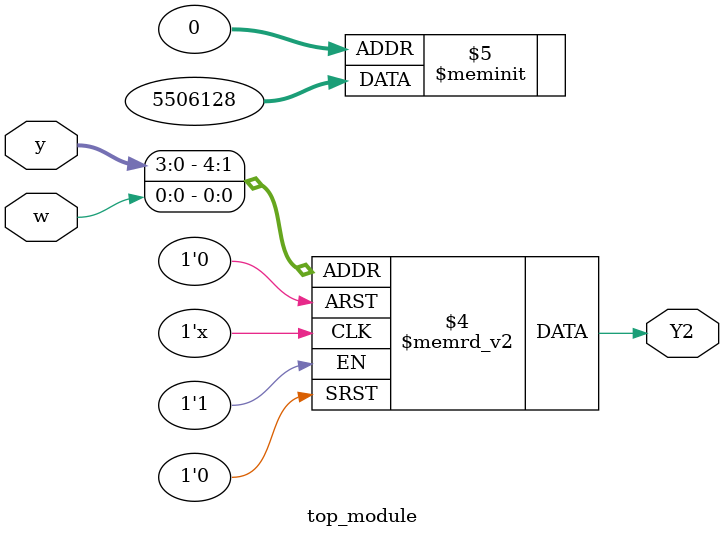
<source format=sv>
module top_module(
	input [3:0] y,
	input w,
	output reg Y2);

	always @(*) begin
                case ({y, w})
                        {4'h0, 1'b0}, {4'h1, 1'b0}, {4'h4, 1'b0}, {4'h6, 1'b0}, {4'h7, 1'b0}, {4'h8, 1'b0}: Y2 = 0;
                        {4'h2, 1'b0}, {4'h3, 1'b0}, {4'h5, 1'b0}, {4'h9, 1'b0}, {4'ha, 1'b0}, {4'hb, 1'b0}: Y2 = 1;
                        default: Y2 = 0;
                endcase
	end
	
endmodule

</source>
